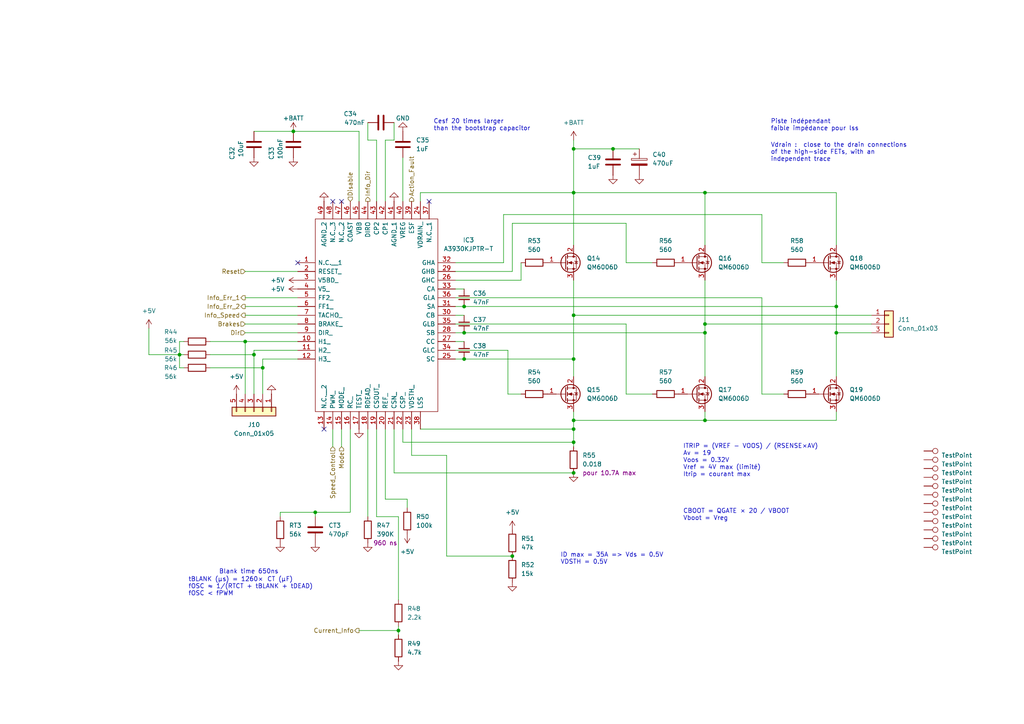
<source format=kicad_sch>
(kicad_sch (version 20231120) (generator "eeschema") (generator_version "8.0")
  (paper "A4")
  (lib_symbols
    (symbol "+5V_11" (power) (pin_names (offset 0))
      (property "Value" "+5V" (at 0 3.556 0))
      (symbol "+5V_11_1_1"
        (pin power_in line (at 0 0 90) (length 0) hide (name "+5V") (number "1"))
      )
    )
    (symbol "+5V_13" (power) (pin_names (offset 0))
      (property "Value" "+5V" (at 0 3.556 0))
      (symbol "+5V_13_1_1"
        (pin power_in line (at 0 0 90) (length 0) hide (name "+5V") (number "1"))
      )
    )
    (symbol "+5V_5" (power) (pin_names (offset 0))
      (property "Value" "+5V" (at 0 3.556 0))
      (symbol "+5V_5_1_1"
        (pin power_in line (at 0 0 90) (length 0) hide (name "+5V") (number "1"))
      )
    )
    (symbol "+5V_8" (power) (pin_names (offset 0))
      (property "Value" "+5V" (at 0 3.556 0))
      (symbol "+5V_8_1_1"
        (pin power_in line (at 0 0 90) (length 0) hide (name "+5V") (number "1"))
      )
    )
    (symbol "+5V_9" (power) (pin_names (offset 0))
      (property "Value" "+5V" (at 0 3.556 0))
      (symbol "+5V_9_1_1"
        (pin power_in line (at 0 0 90) (length 0) hide (name "+5V") (number "1"))
      )
    )
    (symbol "+BATT_4" (power) (pin_names (offset 0))
      (property "Value" "+BATT" (at 0 3.556 0))
      (symbol "+BATT_4_1_1"
        (pin power_in line (at 0 0 90) (length 0) hide (name "+BATT") (number "1"))
      )
    )
    (symbol "Connector:TestPoint" (pin_numbers hide) (pin_names (offset 0.762) hide)
      (property "Reference" "TP" (at 0 6.858 0))
      (property "Value" "TestPoint" (at 0 5.08 0))
      (symbol "TestPoint_1_1"
        (pin passive line (at 0 0 90) (length 2.54) (name "1") (number "1"))
      )
    )
    (symbol "Connector_Generic:Conn_01x03" (pin_names (offset 1.016) hide)
      (property "Reference" "J" (at 0 5.08 0))
      (property "Value" "Conn_01x03" (at 0 -5.08 0))
      (symbol "Conn_01x03_1_1"
        (pin passive line (at -5.08 2.54 0) (length 3.81) (name "Pin_1") (number "1"))
        (pin passive line (at -5.08 0 0) (length 3.81) (name "Pin_2") (number "2"))
        (pin passive line (at -5.08 -2.54 0) (length 3.81) (name "Pin_3") (number "3"))
      )
    )
    (symbol "Connector_Generic:Conn_01x05" (pin_names (offset 1.016) hide)
      (property "Reference" "J" (at 0 7.62 0))
      (property "Value" "Conn_01x05" (at 0 -7.62 0))
      (symbol "Conn_01x05_1_1"
        (pin passive line (at -5.08 5.08 0) (length 3.81) (name "Pin_1") (number "1"))
        (pin passive line (at -5.08 2.54 0) (length 3.81) (name "Pin_2") (number "2"))
        (pin passive line (at -5.08 0 0) (length 3.81) (name "Pin_3") (number "3"))
        (pin passive line (at -5.08 -2.54 0) (length 3.81) (name "Pin_4") (number "4"))
        (pin passive line (at -5.08 -5.08 0) (length 3.81) (name "Pin_5") (number "5"))
      )
    )
    (symbol "Device:C" (pin_numbers hide) (pin_names (offset 0.254))
      (property "Reference" "C" (at 0.635 2.54 0))
      (property "Value" "C" (at 0.635 -2.54 0))
      (symbol "C_1_1"
        (pin passive line (at 0 3.81 270) (length 2.794) (name "~") (number "1"))
        (pin passive line (at 0 -3.81 90) (length 2.794) (name "~") (number "2"))
      )
    )
    (symbol "Device:C_Polarized" (pin_numbers hide) (pin_names (offset 0.254))
      (property "Reference" "C" (at 0.635 2.54 0))
      (property "Value" "C_Polarized" (at 0.635 -2.54 0))
      (symbol "C_Polarized_1_1"
        (pin passive line (at 0 3.81 270) (length 2.794) (name "~") (number "1"))
        (pin passive line (at 0 -3.81 90) (length 2.794) (name "~") (number "2"))
      )
    )
    (symbol "Device:C_Small" (pin_numbers hide) (pin_names (offset 0.254) hide)
      (property "Reference" "C" (at 0.254 1.778 0))
      (property "Value" "C_Small" (at 0.254 -2.032 0))
      (symbol "C_Small_1_1"
        (pin passive line (at 0 2.54 270) (length 2.032) (name "~") (number "1"))
        (pin passive line (at 0 -2.54 90) (length 2.032) (name "~") (number "2"))
      )
    )
    (symbol "Device:R" (pin_numbers hide) (pin_names (offset 0))
      (property "Reference" "R" (at 2.032 0 90))
      (property "Value" "R" (at 0 0 90))
      (symbol "R_1_1"
        (pin passive line (at 0 3.81 270) (length 1.27) (name "~") (number "1"))
        (pin passive line (at 0 -3.81 90) (length 1.27) (name "~") (number "2"))
      )
    )
    (symbol "QM6006D_1" (pin_names hide)
      (property "Reference" "Q" (at 5.08 1.905 0))
      (property "Value" "QM6006D" (at 5.08 0 0))
      (symbol "QM6006D_1_1_1"
        (pin input line (at -5.08 0 0) (length 2.54) (name "G") (number "1"))
        (pin passive line (at 2.54 5.08 270) (length 2.54) (name "D") (number "2"))
        (pin passive line (at 2.54 -5.08 90) (length 2.54) (name "S") (number "3"))
      )
    )
    (symbol "QM6006D_11" (pin_names hide)
      (property "Reference" "Q" (at 5.08 1.905 0))
      (property "Value" "QM6006D" (at 5.08 0 0))
      (symbol "QM6006D_11_1_1"
        (pin input line (at -5.08 0 0) (length 2.54) (name "G") (number "1"))
        (pin passive line (at 2.54 5.08 270) (length 2.54) (name "D") (number "2"))
        (pin passive line (at 2.54 -5.08 90) (length 2.54) (name "S") (number "3"))
      )
    )
    (symbol "QM6006D_4" (pin_names hide)
      (property "Reference" "Q" (at 5.08 1.905 0))
      (property "Value" "QM6006D" (at 5.08 0 0))
      (symbol "QM6006D_4_1_1"
        (pin input line (at -5.08 0 0) (length 2.54) (name "G") (number "1"))
        (pin passive line (at 2.54 5.08 270) (length 2.54) (name "D") (number "2"))
        (pin passive line (at 2.54 -5.08 90) (length 2.54) (name "S") (number "3"))
      )
    )
    (symbol "QM6006D_5" (pin_names hide)
      (property "Reference" "Q" (at 5.08 1.905 0))
      (property "Value" "QM6006D" (at 5.08 0 0))
      (symbol "QM6006D_5_1_1"
        (pin input line (at -5.08 0 0) (length 2.54) (name "G") (number "1"))
        (pin passive line (at 2.54 5.08 270) (length 2.54) (name "D") (number "2"))
        (pin passive line (at 2.54 -5.08 90) (length 2.54) (name "S") (number "3"))
      )
    )
    (symbol "QM6006D_8" (pin_names hide)
      (property "Reference" "Q" (at 5.08 1.905 0))
      (property "Value" "QM6006D" (at 5.08 0 0))
      (symbol "QM6006D_8_1_1"
        (pin input line (at -5.08 0 0) (length 2.54) (name "G") (number "1"))
        (pin passive line (at 2.54 5.08 270) (length 2.54) (name "D") (number "2"))
        (pin passive line (at 2.54 -5.08 90) (length 2.54) (name "S") (number "3"))
      )
    )
    (symbol "QM6006D_9" (pin_names hide)
      (property "Reference" "Q" (at 5.08 1.905 0))
      (property "Value" "QM6006D" (at 5.08 0 0))
      (symbol "QM6006D_9_1_1"
        (pin input line (at -5.08 0 0) (length 2.54) (name "G") (number "1"))
        (pin passive line (at 2.54 5.08 270) (length 2.54) (name "D") (number "2"))
        (pin passive line (at 2.54 -5.08 90) (length 2.54) (name "S") (number "3"))
      )
    )
    (symbol "a3930kjptr-t:A3930KJPTR-T" (pin_names (offset 0.762))
      (property "Reference" "IC1" (at 49.53 6.5788 0))
      (property "Value" "A3930KJPTR-T" (at 49.53 4.0388 0))
      (symbol "A3930KJPTR-T_0_0"
        (pin passive line (at 0 0 0) (length 5.08) (name "N.C.__1") (number "1"))
        (pin passive line (at 0 -22.86 0) (length 5.08) (name "H1_") (number "10"))
        (pin passive line (at 0 -25.4 0) (length 5.08) (name "H2_") (number "11"))
        (pin passive line (at 0 -27.94 0) (length 5.08) (name "H3_") (number "12"))
        (pin passive line (at 7.62 -48.26 90) (length 5.08) (name "N.C.__2") (number "13"))
        (pin passive line (at 10.16 -48.26 90) (length 5.08) (name "PWM_") (number "14"))
        (pin passive line (at 12.7 -48.26 90) (length 5.08) (name "MODE_") (number "15"))
        (pin passive line (at 15.24 -48.26 90) (length 5.08) (name "RC_") (number "16"))
        (pin passive line (at 17.78 -48.26 90) (length 5.08) (name "TEST_") (number "17"))
        (pin passive line (at 20.32 -48.26 90) (length 5.08) (name "RDEAD_") (number "18"))
        (pin passive line (at 22.86 -48.26 90) (length 5.08) (name "CSOUT_") (number "19"))
        (pin passive line (at 0 -2.54 0) (length 5.08) (name "RESET_") (number "2"))
        (pin passive line (at 25.4 -48.26 90) (length 5.08) (name "REF_") (number "20"))
        (pin passive line (at 27.94 -48.26 90) (length 5.08) (name "CSN_") (number "21"))
        (pin passive line (at 30.48 -48.26 90) (length 5.08) (name "CSP_") (number "22"))
        (pin passive line (at 33.02 -48.26 90) (length 5.08) (name "VDSTH_") (number "23"))
        (pin passive line (at 35.56 17.78 270) (length 5.08) (name "VDRAIN_") (number "24"))
        (pin passive line (at 45.72 -27.94 180) (length 5.08) (name "SC") (number "25"))
        (pin passive line (at 45.72 -5.08 180) (length 5.08) (name "GHC") (number "26"))
        (pin passive line (at 45.72 -22.86 180) (length 5.08) (name "CC") (number "27"))
        (pin passive line (at 45.72 -20.32 180) (length 5.08) (name "SB") (number "28"))
        (pin passive line (at 45.72 -2.54 180) (length 5.08) (name "GHB") (number "29"))
        (pin passive line (at 0 -5.08 0) (length 5.08) (name "V5BD_") (number "3"))
        (pin passive line (at 45.72 -15.24 180) (length 5.08) (name "CB") (number "30"))
        (pin passive line (at 45.72 -12.7 180) (length 5.08) (name "SA") (number "31"))
        (pin passive line (at 45.72 0 180) (length 5.08) (name "GHA") (number "32"))
        (pin passive line (at 45.72 -7.62 180) (length 5.08) (name "CA") (number "33"))
        (pin passive line (at 45.72 -25.4 180) (length 5.08) (name "GLC") (number "34"))
        (pin passive line (at 45.72 -17.78 180) (length 5.08) (name "GLB") (number "35"))
        (pin passive line (at 45.72 -10.16 180) (length 5.08) (name "GLA") (number "36"))
        (pin passive line (at 38.1 17.78 270) (length 5.08) (name "N.C._1") (number "37"))
        (pin passive line (at 35.56 -48.26 90) (length 5.08) (name "LSS") (number "38"))
        (pin passive line (at 33.02 17.78 270) (length 5.08) (name "ESF") (number "39"))
        (pin passive line (at 0 -7.62 0) (length 5.08) (name "V5_") (number "4"))
        (pin passive line (at 30.48 17.78 270) (length 5.08) (name "VREG") (number "40"))
        (pin passive line (at 27.94 17.78 270) (length 5.08) (name "AGND_1") (number "41"))
        (pin passive line (at 25.4 17.78 270) (length 5.08) (name "CP1") (number "42"))
        (pin passive line (at 22.86 17.78 270) (length 5.08) (name "CP2") (number "43"))
        (pin passive line (at 20.32 17.78 270) (length 5.08) (name "DIRO") (number "44"))
        (pin passive line (at 17.78 17.78 270) (length 5.08) (name "VBB") (number "45"))
        (pin passive line (at 15.24 17.78 270) (length 5.08) (name "COAST") (number "46"))
        (pin passive line (at 12.7 17.78 270) (length 5.08) (name "N.C._2") (number "47"))
        (pin passive line (at 10.16 17.78 270) (length 5.08) (name "N.C._3") (number "48"))
        (pin passive line (at 7.62 17.78 270) (length 5.08) (name "AGND_2") (number "49"))
        (pin passive line (at 0 -10.16 0) (length 5.08) (name "FF2_") (number "5"))
        (pin passive line (at 0 -12.7 0) (length 5.08) (name "FF1_") (number "6"))
        (pin passive line (at 0 -15.24 0) (length 5.08) (name "TACHO_") (number "7"))
        (pin passive line (at 0 -17.78 0) (length 5.08) (name "BRAKE_") (number "8"))
        (pin passive line (at 0 -20.32 0) (length 5.08) (name "DIR_") (number "9"))
      )
    )
    (symbol "power:+5V" (power) (pin_names (offset 0))
      (property "Value" "+5V" (at 0 3.556 0))
      (symbol "+5V_1_1"
        (pin power_in line (at 0 0 90) (length 0) hide (name "+5V") (number "1"))
      )
    )
    (symbol "power:+BATT" (power) (pin_names (offset 0))
      (property "Value" "+BATT" (at 0 3.556 0))
      (symbol "+BATT_1_1"
        (pin power_in line (at 0 0 90) (length 0) hide (name "+BATT") (number "1"))
      )
    )
    (symbol "power:GND" (power) (pin_numbers hide) (pin_names (offset 0) hide)
      (property "Value" "GND" (at 0 -3.81 0))
      (symbol "GND_1_1"
        (pin power_in line (at 0 0 270) (length 0) (name "~") (number "1"))
      )
    )
  )
  (junction (at 134.62 96.52))
  (junction (at 148.59 161.29))
  (junction (at 166.37 137.16))
  (junction (at 204.47 96.52))
  (junction (at 134.62 88.9))
  (junction (at 166.37 121.92))
  (junction (at 85.09 38.1))
  (junction (at 242.57 88.9))
  (junction (at 166.37 55.88))
  (junction (at 242.57 96.52))
  (junction (at 134.62 104.14))
  (junction (at 177.8 43.18))
  (junction (at 204.47 121.92))
  (junction (at 91.44 148.59))
  (junction (at 71.12 99.06))
  (junction (at 166.37 124.46))
  (junction (at 115.57 182.88))
  (junction (at 73.66 102.87))
  (junction (at 76.2 106.68))
  (junction (at 204.47 55.88))
  (junction (at 204.47 93.98))
  (junction (at 166.37 91.44))
  (junction (at 52.07 102.87))
  (junction (at 166.37 104.14))
  (junction (at 166.37 128.27))
  (junction (at 166.37 43.18))
  (no_connect (at 124.46 58.42))
  (no_connect (at 86.36 76.2))
  (no_connect (at 99.06 58.42))
  (no_connect (at 96.52 58.42))
  (no_connect (at 93.98 124.46))
  (wire (pts (xy 181.61 76.2) (xy 189.23 76.2)))
  (wire (pts (xy 242.57 55.88) (xy 242.57 71.12)))
  (wire (pts (xy 132.08 101.6) (xy 147.32 101.6)))
  (wire (pts (xy 148.59 78.74) (xy 148.59 64.77)))
  (wire (pts (xy 204.47 55.88) (xy 242.57 55.88)))
  (wire (pts (xy 132.08 83.82) (xy 134.62 83.82)))
  (wire (pts (xy 204.47 121.92) (xy 242.57 121.92)))
  (wire (pts (xy 115.57 181.61) (xy 115.57 182.88)))
  (wire (pts (xy 52.07 102.87) (xy 52.07 106.68)))
  (wire (pts (xy 166.37 55.88) (xy 166.37 71.12)))
  (wire (pts (xy 71.12 93.98) (xy 86.36 93.98)))
  (wire (pts (xy 71.12 96.52) (xy 86.36 96.52)))
  (wire (pts (xy 43.18 95.25) (xy 43.18 102.87)))
  (wire (pts (xy 111.76 40.64) (xy 114.3 40.64)))
  (wire (pts (xy 242.57 96.52) (xy 252.73 96.52)))
  (wire (pts (xy 132.08 78.74) (xy 148.59 78.74)))
  (wire (pts (xy 166.37 119.38) (xy 166.37 121.92)))
  (wire (pts (xy 204.47 93.98) (xy 252.73 93.98)))
  (wire (pts (xy 146.05 62.23) (xy 220.98 62.23)))
  (wire (pts (xy 119.38 132.08) (xy 129.54 132.08)))
  (wire (pts (xy 71.12 99.06) (xy 86.36 99.06)))
  (wire (pts (xy 91.44 148.59) (xy 101.6 148.59)))
  (wire (pts (xy 116.84 45.72) (xy 116.84 58.42)))
  (wire (pts (xy 132.08 86.36) (xy 220.98 86.36)))
  (wire (pts (xy 109.22 40.64) (xy 109.22 58.42)))
  (wire (pts (xy 121.92 55.88) (xy 166.37 55.88)))
  (wire (pts (xy 115.57 149.86) (xy 115.57 173.99)))
  (wire (pts (xy 60.96 102.87) (xy 73.66 102.87)))
  (wire (pts (xy 146.05 76.2) (xy 146.05 62.23)))
  (wire (pts (xy 132.08 91.44) (xy 134.62 91.44)))
  (wire (pts (xy 166.37 81.28) (xy 166.37 91.44)))
  (wire (pts (xy 76.2 114.3) (xy 76.2 106.68)))
  (wire (pts (xy 99.06 129.54) (xy 99.06 124.46)))
  (wire (pts (xy 85.09 38.1) (xy 104.14 38.1)))
  (wire (pts (xy 101.6 124.46) (xy 101.6 148.59)))
  (wire (pts (xy 76.2 104.14) (xy 86.36 104.14)))
  (wire (pts (xy 166.37 121.92) (xy 204.47 121.92)))
  (wire (pts (xy 204.47 96.52) (xy 204.47 109.22)))
  (wire (pts (xy 166.37 104.14) (xy 166.37 109.22)))
  (wire (pts (xy 134.62 96.52) (xy 204.47 96.52)))
  (wire (pts (xy 151.13 81.28) (xy 151.13 76.2)))
  (wire (pts (xy 148.59 64.77) (xy 181.61 64.77)))
  (wire (pts (xy 111.76 124.46) (xy 111.76 144.78)))
  (wire (pts (xy 166.37 43.18) (xy 166.37 55.88)))
  (wire (pts (xy 104.14 182.88) (xy 115.57 182.88)))
  (wire (pts (xy 220.98 86.36) (xy 220.98 114.3)))
  (wire (pts (xy 220.98 62.23) (xy 220.98 76.2)))
  (wire (pts (xy 134.62 104.14) (xy 166.37 104.14)))
  (wire (pts (xy 134.62 88.9) (xy 242.57 88.9)))
  (wire (pts (xy 71.12 91.44) (xy 86.36 91.44)))
  (wire (pts (xy 132.08 93.98) (xy 181.61 93.98)))
  (wire (pts (xy 71.12 88.9) (xy 86.36 88.9)))
  (wire (pts (xy 166.37 43.18) (xy 177.8 43.18)))
  (wire (pts (xy 52.07 106.68) (xy 53.34 106.68)))
  (wire (pts (xy 132.08 88.9) (xy 134.62 88.9)))
  (wire (pts (xy 119.38 124.46) (xy 119.38 132.08)))
  (wire (pts (xy 166.37 40.64) (xy 166.37 43.18)))
  (wire (pts (xy 147.32 114.3) (xy 151.13 114.3)))
  (wire (pts (xy 73.66 101.6) (xy 86.36 101.6)))
  (wire (pts (xy 132.08 76.2) (xy 146.05 76.2)))
  (wire (pts (xy 204.47 93.98) (xy 204.47 96.52)))
  (wire (pts (xy 121.92 58.42) (xy 121.92 55.88)))
  (wire (pts (xy 242.57 88.9) (xy 242.57 96.52)))
  (wire (pts (xy 114.3 40.64) (xy 114.3 35.56)))
  (wire (pts (xy 132.08 81.28) (xy 151.13 81.28)))
  (wire (pts (xy 106.68 149.86) (xy 106.68 124.46)))
  (wire (pts (xy 166.37 128.27) (xy 166.37 129.54)))
  (wire (pts (xy 242.57 96.52) (xy 242.57 109.22)))
  (wire (pts (xy 181.61 93.98) (xy 181.61 114.3)))
  (wire (pts (xy 115.57 184.15) (xy 115.57 182.88)))
  (wire (pts (xy 52.07 102.87) (xy 53.34 102.87)))
  (wire (pts (xy 111.76 144.78) (xy 118.11 144.78)))
  (wire (pts (xy 109.22 124.46) (xy 109.22 149.86)))
  (wire (pts (xy 166.37 91.44) (xy 166.37 104.14)))
  (wire (pts (xy 132.08 99.06) (xy 134.62 99.06)))
  (wire (pts (xy 166.37 121.92) (xy 166.37 124.46)))
  (wire (pts (xy 91.44 149.86) (xy 91.44 148.59)))
  (wire (pts (xy 220.98 114.3) (xy 227.33 114.3)))
  (wire (pts (xy 166.37 124.46) (xy 166.37 128.27)))
  (wire (pts (xy 73.66 102.87) (xy 73.66 101.6)))
  (wire (pts (xy 129.54 132.08) (xy 129.54 161.29)))
  (wire (pts (xy 81.28 148.59) (xy 81.28 149.86)))
  (wire (pts (xy 106.68 35.56) (xy 106.68 40.64)))
  (wire (pts (xy 204.47 119.38) (xy 204.47 121.92)))
  (wire (pts (xy 181.61 64.77) (xy 181.61 76.2)))
  (wire (pts (xy 109.22 149.86) (xy 115.57 149.86)))
  (wire (pts (xy 111.76 58.42) (xy 111.76 40.64)))
  (wire (pts (xy 60.96 106.68) (xy 76.2 106.68)))
  (wire (pts (xy 147.32 101.6) (xy 147.32 114.3)))
  (wire (pts (xy 114.3 124.46) (xy 114.3 137.16)))
  (wire (pts (xy 242.57 121.92) (xy 242.57 119.38)))
  (wire (pts (xy 96.52 129.54) (xy 96.52 124.46)))
  (wire (pts (xy 76.2 106.68) (xy 76.2 104.14)))
  (wire (pts (xy 166.37 91.44) (xy 252.73 91.44)))
  (wire (pts (xy 129.54 161.29) (xy 148.59 161.29)))
  (wire (pts (xy 166.37 55.88) (xy 204.47 55.88)))
  (wire (pts (xy 121.92 124.46) (xy 166.37 124.46)))
  (wire (pts (xy 73.66 102.87) (xy 73.66 114.3)))
  (wire (pts (xy 52.07 99.06) (xy 53.34 99.06)))
  (wire (pts (xy 106.68 40.64) (xy 109.22 40.64)))
  (wire (pts (xy 116.84 124.46) (xy 116.84 128.27)))
  (wire (pts (xy 132.08 104.14) (xy 134.62 104.14)))
  (wire (pts (xy 204.47 81.28) (xy 204.47 93.98)))
  (wire (pts (xy 71.12 86.36) (xy 86.36 86.36)))
  (wire (pts (xy 71.12 78.74) (xy 86.36 78.74)))
  (wire (pts (xy 104.14 38.1) (xy 104.14 58.42)))
  (wire (pts (xy 52.07 99.06) (xy 52.07 102.87)))
  (wire (pts (xy 71.12 99.06) (xy 71.12 114.3)))
  (wire (pts (xy 60.96 99.06) (xy 71.12 99.06)))
  (wire (pts (xy 73.66 38.1) (xy 85.09 38.1)))
  (wire (pts (xy 220.98 76.2) (xy 227.33 76.2)))
  (wire (pts (xy 118.11 144.78) (xy 118.11 147.32)))
  (wire (pts (xy 181.61 114.3) (xy 189.23 114.3)))
  (wire (pts (xy 81.28 148.59) (xy 91.44 148.59)))
  (wire (pts (xy 43.18 102.87) (xy 52.07 102.87)))
  (wire (pts (xy 116.84 128.27) (xy 166.37 128.27)))
  (wire (pts (xy 204.47 55.88) (xy 204.47 71.12)))
  (wire (pts (xy 242.57 81.28) (xy 242.57 88.9)))
  (wire (pts (xy 132.08 96.52) (xy 134.62 96.52)))
  (wire (pts (xy 114.3 137.16) (xy 166.37 137.16)))
  (wire (pts (xy 177.8 43.18) (xy 185.42 43.18)))
  (text "Blank time 650ns" (at 63.5 166.624 0) (effects (font (size 1.27 1.27)) (justify left bottom)))
  (text "ITRIP = (VREF - VOOS) / (RSENSE×AV)\nAv = 19\nVoos = 0.32V\nVref = 4V max (limité)\nItrip = courant max" (at 198.12 138.43 0) (effects (font (size 1.27 1.27)) (justify left bottom)))
  (text "Piste indépendant \nfaible impédance pour lss\n" (at 223.52 38.1 0) (effects (font (size 1.27 1.27)) (justify left bottom)))
  (text "ID max = 35A => Vds = 0.5V\nVDSTH = 0.5V" (at 162.56 163.83 0) (effects (font (size 1.27 1.27)) (justify left bottom)))
  (text "Vdrain :  close to the drain connections \nof the high-side FETs, with an \nindependent trace" (at 223.52 46.99 0) (effects (font (size 1.27 1.27)) (justify left bottom)))
  (text "CBOOT = QGATE × 20 / VBOOT\nVboot = Vreg\n" (at 198.12 151.13 0) (effects (font (size 1.27 1.27)) (justify left bottom)))
  (text "Cesf 20 times larger \nthan the bootstrap capacitor" (at 125.73 38.1 0) (effects (font (size 1.27 1.27)) (justify left bottom)))
  (text "tBLANK (µs) = 1260×  CT (µF)\nfOSC ≈ 1/(RTCT + tBLANK + tDEAD) \nfOSC < fPWM" (at 54.61 172.974 0) (effects (font (size 1.27 1.27)) (justify left bottom)))
  (hierarchical_label "Info_Speed" (shape output) (at 71.12 91.44 180))
  (hierarchical_label "Info_Err_1" (shape output) (at 71.12 86.36 180))
  (hierarchical_label "Info_Err_2" (shape output) (at 71.12 88.9 180))
  (hierarchical_label "Brakes" (shape input) (at 71.12 93.98 180))
  (hierarchical_label "Disable" (shape input) (at 101.6 58.42 90))
  (hierarchical_label "Dir" (shape input) (at 71.12 96.52 180))
  (hierarchical_label "Action_Fault" (shape output) (at 119.38 58.42 90))
  (hierarchical_label "Reset" (shape input) (at 71.12 78.74 180))
  (hierarchical_label "Current_Info" (shape output) (at 104.14 182.88 180))
  (hierarchical_label "Speed_Control" (shape input) (at 96.52 129.54 270))
  (hierarchical_label "Mode" (shape input) (at 99.06 129.54 270))
  (hierarchical_label "Info_Dir" (shape output) (at 106.68 58.42 90))
  (symbol (lib_id "Device:R") (at 57.15 99.06 90) (unit 1)
    (property "Reference" "R1" (at 49.53 96.266 90))
    (property "Value" "56k" (at 49.53 98.806 90))
    (property "Footprint" "Resistor_SMD:R_0805_2012Metric_Pad1.20x1.40mm_HandSolder" (effects (hide yes)))
    (instances (project "Asservissement_CDFR_2025" (path "" (reference "R44") (unit 1)) (path "" (reference "R28") (unit 1)) (path "" (reference "R1") (unit 1))))
  )
  (symbol (lib_id "Device:R") (at 115.57 177.8 180) (unit 1)
    (property "Reference" "R27" (at 118.11 176.5299 0) (effects (justify right)))
    (property "Value" "2.2k" (at 118.11 179.0699 0) (effects (justify right)))
    (property "Footprint" "Resistor_SMD:R_0805_2012Metric_Pad1.20x1.40mm_HandSolder" (effects (hide yes)))
    (instances (project "Asservissement_CDFR_2025" (path "" (reference "R48") (unit 1)) (path "" (reference "R32") (unit 1)) (path "" (reference "R27") (unit 1))))
  )
  (symbol (lib_id "Connector:TestPoint") (at 267.97 158.75 270) (unit 1)
    (property "Reference" "TP12" (effects (hide yes)))
    (property "Value" "TestPoint" (at 273.05 160.0199 90) (effects (justify left)))
    (property "Footprint" "TestPoint:TestPoint_Pad_D1.0mm" (effects (hide yes)))
    (property "Description" "test point" (effects (hide yes)))
    (instances (project "Asservissement_CDFR_2025" (path "" (reference "TP38") (unit 1)) (path "" (reference "TP26") (unit 1)) (path "" (reference "TP12") (unit 1))))
  )
  (symbol (lib_id "Connector:TestPoint") (at 267.97 130.81 270) (unit 1)
    (property "Reference" "TP1" (effects (hide yes)))
    (property "Value" "TestPoint" (at 273.05 132.0799 90) (effects (justify left)))
    (property "Footprint" "TestPoint:TestPoint_Pad_D1.0mm" (effects (hide yes)))
    (property "Description" "test point" (effects (hide yes)))
    (instances (project "Asservissement_CDFR_2025" (path "" (reference "TP27") (unit 1)) (path "" (reference "TP15") (unit 1)) (path "" (reference "TP1") (unit 1))))
  )
  (symbol (lib_id "power:GND") (at 114.3 58.42 180) (unit 1)
    (property "Reference" "#PWR024" (effects (hide yes)))
    (property "Value" "GND" (effects (hide yes)))
    (property "Description" "Power symbol creates a global label with name \"GND\" , ground" (effects (hide yes)))
    (instances (project "Asservissement_CDFR_2025" (path "" (reference "#PWR094") (unit 1)) (path "" (reference "#PWR068") (unit 1)) (path "" (reference "#PWR024") (unit 1))))
  )
  (symbol (lib_name "QM6006D_5") (lib_id "Transistor_FET:QM6006D") (at 240.03 114.3 0) (unit 1)
    (property "Reference" "Q6" (at 246.38 113.0299 0) (effects (justify left)))
    (property "Value" "QM6006D" (at 246.38 115.5699 0) (effects (justify left)))
    (property "Footprint" "Package_TO_SOT_SMD:TO-252-2" (effects (hide yes)))
    (property "Datasheet" "http://www.jaolen.com/images/pdf/QM6006D.pdf" (effects (hide yes)))
    (instances (project "Asservissement_CDFR_2025" (path "" (reference "Q19") (unit 1)) (path "" (reference "Q13") (unit 1)) (path "" (reference "Q6") (unit 1))))
  )
  (symbol (lib_id "Connector:TestPoint") (at 267.97 133.35 270) (unit 1)
    (property "Reference" "TP2" (effects (hide yes)))
    (property "Value" "TestPoint" (at 273.05 134.6199 90) (effects (justify left)))
    (property "Footprint" "TestPoint:TestPoint_Pad_D1.0mm" (effects (hide yes)))
    (property "Description" "test point" (effects (hide yes)))
    (instances (project "Asservissement_CDFR_2025" (path "" (reference "TP28") (unit 1)) (path "" (reference "TP16") (unit 1)) (path "" (reference "TP2") (unit 1))))
  )
  (symbol (lib_id "power:GND") (at 115.57 191.77 0) (unit 1)
    (property "Reference" "#PWR050" (effects (hide yes)))
    (property "Value" "GND" (effects (hide yes)))
    (property "Description" "Power symbol creates a global label with name \"GND\" , ground" (effects (hide yes)))
    (instances (project "Asservissement_CDFR_2025" (path "" (reference "#PWR095") (unit 1)) (path "" (reference "#PWR070") (unit 1)) (path "" (reference "#PWR050") (unit 1))))
  )
  (symbol (lib_id "Device:C_Small") (at 134.62 93.98 0) (unit 1)
    (property "Reference" "C6" (at 137.16 92.7162 0) (effects (justify left)))
    (property "Value" "47nF" (at 137.16 95.2562 0) (effects (justify left)))
    (property "Footprint" "Capacitor_SMD:C_0805_2012Metric_Pad1.18x1.45mm_HandSolder" (effects (hide yes)))
    (instances (project "Asservissement_CDFR_2025" (path "" (reference "C37") (unit 1)) (path "" (reference "C21") (unit 1)) (path "" (reference "C6") (unit 1))))
  )
  (symbol (lib_name "+BATT_4") (lib_id "power:+BATT") (at 85.09 38.1 0) (unit 1)
    (property "Reference" "#PWR010" (effects (hide yes)))
    (property "Value" "+BATT" (at 85.09 34.29 0))
    (instances (project "Asservissement_CDFR_2025" (path "" (reference "#PWR086") (unit 1)) (path "" (reference "#PWR056") (unit 1)) (path "" (reference "#PWR010") (unit 1))))
  )
  (symbol (lib_id "Device:C_Small") (at 134.62 86.36 0) (unit 1)
    (property "Reference" "C5" (at 137.16 85.0962 0) (effects (justify left)))
    (property "Value" "47nF" (at 137.16 87.6362 0) (effects (justify left)))
    (property "Footprint" "Capacitor_SMD:C_0805_2012Metric_Pad1.18x1.45mm_HandSolder" (effects (hide yes)))
    (instances (project "Asservissement_CDFR_2025" (path "" (reference "C36") (unit 1)) (path "" (reference "C20") (unit 1)) (path "" (reference "C5") (unit 1))))
  )
  (symbol (lib_id "Connector:TestPoint") (at 267.97 148.59 270) (unit 1)
    (property "Reference" "TP8" (effects (hide yes)))
    (property "Value" "TestPoint" (at 273.05 149.8599 90) (effects (justify left)))
    (property "Footprint" "TestPoint:TestPoint_Pad_D1.0mm" (effects (hide yes)))
    (property "Description" "test point" (effects (hide yes)))
    (instances (project "Asservissement_CDFR_2025" (path "" (reference "TP34") (unit 1)) (path "" (reference "TP22") (unit 1)) (path "" (reference "TP8") (unit 1))))
  )
  (symbol (lib_id "power:+5V") (at 86.36 83.82 90) (unit 1)
    (property "Reference" "#PWR014" (effects (hide yes)))
    (property "Value" "+5V" (at 82.55 83.8199 90) (effects (justify left)))
    (instances (project "Asservissement_CDFR_2025" (path "" (reference "#PWR089") (unit 1)) (path "" (reference "#PWR060") (unit 1)) (path "" (reference "#PWR014") (unit 1))))
  )
  (symbol (lib_id "Connector:TestPoint") (at 267.97 140.97 270) (unit 1)
    (property "Reference" "TP5" (effects (hide yes)))
    (property "Value" "TestPoint" (at 273.05 142.2399 90) (effects (justify left)))
    (property "Footprint" "TestPoint:TestPoint_Pad_D1.0mm" (effects (hide yes)))
    (property "Description" "test point" (effects (hide yes)))
    (instances (project "Asservissement_CDFR_2025" (path "" (reference "TP31") (unit 1)) (path "" (reference "TP19") (unit 1)) (path "" (reference "TP5") (unit 1))))
  )
  (symbol (lib_id "Device:C") (at 110.49 35.56 90) (unit 1)
    (property "Reference" "C3" (at 101.6 33.02 90))
    (property "Value" "470nF" (at 102.87 35.56 90))
    (property "Footprint" "Capacitor_SMD:C_0805_2012Metric_Pad1.18x1.45mm_HandSolder" (effects (hide yes)))
    (instances (project "Asservissement_CDFR_2025" (path "" (reference "C34") (unit 1)) (path "" (reference "C18") (unit 1)) (path "" (reference "C3") (unit 1))))
  )
  (symbol (lib_id "Device:C_Polarized") (at 185.42 46.99 0) (unit 1)
    (property "Reference" "C13" (at 189.23 44.8309 0) (effects (justify left)))
    (property "Value" "470uF" (at 189.23 47.3709 0) (effects (justify left)))
    (property "Footprint" "Capacitor_SMD:CP_Elec_10x10.5" (effects (hide yes)))
    (instances (project "Asservissement_CDFR_2025" (path "" (reference "C40") (unit 1)) (path "" (reference "C24") (unit 1)) (path "" (reference "C13") (unit 1))))
  )
  (symbol (lib_id "Device:C") (at 85.09 41.91 0) (unit 1)
    (property "Reference" "C2" (at 78.74 44.45 90))
    (property "Value" "100nF" (at 81.28 43.18 90))
    (property "Footprint" "Capacitor_SMD:C_0805_2012Metric_Pad1.18x1.45mm_HandSolder" (effects (hide yes)))
    (instances (project "Asservissement_CDFR_2025" (path "" (reference "C33") (unit 1)) (path "" (reference "C17") (unit 1)) (path "" (reference "C2") (unit 1))))
  )
  (symbol (lib_name "QM6006D_11") (lib_id "Transistor_FET:QM6006D") (at 201.93 76.2 0) (unit 1)
    (property "Reference" "Q3" (at 208.28 74.9299 0) (effects (justify left)))
    (property "Value" "QM6006D" (at 208.28 77.4699 0) (effects (justify left)))
    (property "Footprint" "Package_TO_SOT_SMD:TO-252-2" (effects (hide yes)))
    (property "Datasheet" "http://www.jaolen.com/images/pdf/QM6006D.pdf" (effects (hide yes)))
    (instances (project "Asservissement_CDFR_2025" (path "" (reference "Q16") (unit 1)) (path "" (reference "Q10") (unit 1)) (path "" (reference "Q3") (unit 1))))
  )
  (symbol (lib_id "Device:R") (at 115.57 187.96 0) (unit 1)
    (property "Reference" "R26" (at 118.11 186.6899 0) (effects (justify left)))
    (property "Value" "4.7k" (at 118.11 189.2299 0) (effects (justify left)))
    (property "Footprint" "Resistor_SMD:R_0805_2012Metric_Pad1.20x1.40mm_HandSolder" (effects (hide yes)))
    (instances (project "Asservissement_CDFR_2025" (path "" (reference "R49") (unit 1)) (path "" (reference "R33") (unit 1)) (path "" (reference "R26") (unit 1))))
  )
  (symbol (lib_name "+5V_11") (lib_id "power:+5V") (at 148.59 153.67 0) (unit 1)
    (property "Reference" "#PWR032" (effects (hide yes)))
    (property "Value" "+5V" (at 148.59 148.59 0))
    (instances (project "Asservissement_CDFR_2025" (path "" (reference "#PWR098") (unit 1)) (path "" (reference "#PWR074") (unit 1)) (path "" (reference "#PWR032") (unit 1))))
  )
  (symbol (lib_name "+5V_5") (lib_id "power:+5V") (at 43.18 95.25 0) (unit 1)
    (property "Reference" "#PWR03" (effects (hide yes)))
    (property "Value" "+5V" (at 43.18 90.17 0))
    (instances (project "Asservissement_CDFR_2025" (path "" (reference "#PWR081") (unit 1)) (path "" (reference "#PWR051") (unit 1)) (path "" (reference "#PWR03") (unit 1))))
  )
  (symbol (lib_id "Device:R") (at 193.04 76.2 90) (unit 1)
    (property "Reference" "R16" (at 193.04 69.85 90))
    (property "Value" "560" (at 193.04 72.39 90))
    (property "Footprint" "Resistor_SMD:R_0805_2012Metric_Pad1.20x1.40mm_HandSolder" (effects (hide yes)))
    (instances (project "Asservissement_CDFR_2025" (path "" (reference "R56") (unit 1)) (path "" (reference "R40") (unit 1)) (path "" (reference "R16") (unit 1))))
  )
  (symbol (lib_id "Device:R") (at 166.37 133.35 0) (unit 1)
    (property "Reference" "R15" (at 168.91 132.0799 0) (effects (justify left)))
    (property "Value" "0.018" (at 168.91 134.6199 0) (effects (justify left)))
    (property "Footprint" "Resistor_SMD:R_2512_6332Metric" (effects (hide yes)))
    (property "Imax" "pour 10.7A max" (at 168.91 137.16 0) (effects (justify left)))
    (instances (project "Asservissement_CDFR_2025" (path "" (reference "R55") (unit 1)) (path "" (reference "R39") (unit 1)) (path "" (reference "R15") (unit 1))))
  )
  (symbol (lib_id "power:GND") (at 78.74 114.3 180) (unit 1)
    (property "Reference" "#PWR07" (effects (hide yes)))
    (property "Value" "GND" (effects (hide yes)))
    (property "Description" "Power symbol creates a global label with name \"GND\" , ground" (effects (hide yes)))
    (instances (project "Asservissement_CDFR_2025" (path "" (reference "#PWR084") (unit 1)) (path "" (reference "#PWR054") (unit 1)) (path "" (reference "#PWR07") (unit 1))))
  )
  (symbol (lib_id "Device:R") (at 148.59 165.1 0) (unit 1)
    (property "Reference" "R12" (at 151.13 163.8299 0) (effects (justify left)))
    (property "Value" "15k" (at 151.13 166.3699 0) (effects (justify left)))
    (property "Footprint" "Resistor_SMD:R_0805_2012Metric_Pad1.20x1.40mm_HandSolder" (effects (hide yes)))
    (instances (project "Asservissement_CDFR_2025" (path "" (reference "R52") (unit 1)) (path "" (reference "R36") (unit 1)) (path "" (reference "R12") (unit 1))))
  )
  (symbol (lib_id "power:GND") (at 106.68 157.48 0) (unit 1)
    (property "Reference" "#PWR023" (effects (hide yes)))
    (property "Value" "GND" (effects (hide yes)))
    (property "Description" "Power symbol creates a global label with name \"GND\" , ground" (effects (hide yes)))
    (instances (project "Asservissement_CDFR_2025" (path "" (reference "#PWR093") (unit 1)) (path "" (reference "#PWR067") (unit 1)) (path "" (reference "#PWR023") (unit 1))))
  )
  (symbol (lib_id "Connector:TestPoint") (at 267.97 156.21 270) (unit 1)
    (property "Reference" "TP11" (effects (hide yes)))
    (property "Value" "TestPoint" (at 273.05 157.4799 90) (effects (justify left)))
    (property "Footprint" "TestPoint:TestPoint_Pad_D1.0mm" (effects (hide yes)))
    (property "Description" "test point" (effects (hide yes)))
    (instances (project "Asservissement_CDFR_2025" (path "" (reference "TP37") (unit 1)) (path "" (reference "TP25") (unit 1)) (path "" (reference "TP11") (unit 1))))
  )
  (symbol (lib_name "+5V_9") (lib_id "power:+5V") (at 118.11 154.94 180) (unit 1)
    (property "Reference" "#PWR031" (effects (hide yes)))
    (property "Value" "+5V" (at 118.11 160.02 0))
    (instances (project "Asservissement_CDFR_2025" (path "" (reference "#PWR097") (unit 1)) (path "" (reference "#PWR073") (unit 1)) (path "" (reference "#PWR031") (unit 1))))
  )
  (symbol (lib_id "Device:R") (at 148.59 157.48 0) (unit 1)
    (property "Reference" "R11" (at 151.13 156.2099 0) (effects (justify left)))
    (property "Value" "47k" (at 151.13 158.7499 0) (effects (justify left)))
    (property "Footprint" "Resistor_SMD:R_0805_2012Metric_Pad1.20x1.40mm_HandSolder" (effects (hide yes)))
    (instances (project "Asservissement_CDFR_2025" (path "" (reference "R51") (unit 1)) (path "" (reference "R35") (unit 1)) (path "" (reference "R11") (unit 1))))
  )
  (symbol (lib_id "Device:C") (at 177.8 46.99 0) (unit 1)
    (property "Reference" "C12" (at 170.434 45.72 0) (effects (justify left)))
    (property "Value" "1uF" (at 170.434 48.26 0) (effects (justify left)))
    (property "Footprint" "Capacitor_SMD:C_0805_2012Metric_Pad1.18x1.45mm_HandSolder" (effects (hide yes)))
    (instances (project "Asservissement_CDFR_2025" (path "" (reference "C39") (unit 1)) (path "" (reference "C23") (unit 1)) (path "" (reference "C12") (unit 1))))
  )
  (symbol (lib_name "QM6006D_9") (lib_id "Transistor_FET:QM6006D") (at 240.03 76.2 0) (unit 1)
    (property "Reference" "Q5" (at 246.38 74.9299 0) (effects (justify left)))
    (property "Value" "QM6006D" (at 246.38 77.4699 0) (effects (justify left)))
    (property "Footprint" "Package_TO_SOT_SMD:TO-252-2" (effects (hide yes)))
    (property "Datasheet" "http://www.jaolen.com/images/pdf/QM6006D.pdf" (effects (hide yes)))
    (instances (project "Asservissement_CDFR_2025" (path "" (reference "Q18") (unit 1)) (path "" (reference "Q12") (unit 1)) (path "" (reference "Q5") (unit 1))))
  )
  (symbol (lib_id "Device:R") (at 57.15 102.87 90) (unit 1)
    (property "Reference" "R5" (at 49.53 101.6 90))
    (property "Value" "56k" (at 49.53 104.14 90))
    (property "Footprint" "Resistor_SMD:R_0805_2012Metric_Pad1.20x1.40mm_HandSolder" (effects (hide yes)))
    (instances (project "Asservissement_CDFR_2025" (path "" (reference "R45") (unit 1)) (path "" (reference "R29") (unit 1)) (path "" (reference "R5") (unit 1))))
  )
  (symbol (lib_id "Device:R") (at 193.04 114.3 90) (unit 1)
    (property "Reference" "R17" (at 193.04 107.95 90))
    (property "Value" "560" (at 193.04 110.49 90))
    (property "Footprint" "Resistor_SMD:R_0805_2012Metric_Pad1.20x1.40mm_HandSolder" (effects (hide yes)))
    (instances (project "Asservissement_CDFR_2025" (path "" (reference "R57") (unit 1)) (path "" (reference "R41") (unit 1)) (path "" (reference "R17") (unit 1))))
  )
  (symbol (lib_id "power:GND") (at 91.44 157.48 0) (unit 1)
    (property "Reference" "#PWR020" (effects (hide yes)))
    (property "Value" "GND" (effects (hide yes)))
    (property "Description" "Power symbol creates a global label with name \"GND\" , ground" (effects (hide yes)))
    (instances (project "Asservissement_CDFR_2025" (path "" (reference "#PWR090") (unit 1)) (path "" (reference "#PWR061") (unit 1)) (path "" (reference "#PWR020") (unit 1))))
  )
  (symbol (lib_name "+5V_8") (lib_id "power:+5V") (at 68.58 114.3 0) (unit 1)
    (property "Reference" "#PWR04" (effects (hide yes)))
    (property "Value" "+5V" (at 68.58 109.22 0))
    (instances (project "Asservissement_CDFR_2025" (path "" (reference "#PWR082") (unit 1)) (path "" (reference "#PWR052") (unit 1)) (path "" (reference "#PWR04") (unit 1))))
  )
  (symbol (lib_id "Device:R") (at 81.28 153.67 0) (unit 1)
    (property "Reference" "RT1" (at 83.82 152.3999 0) (effects (justify left)))
    (property "Value" "56k" (at 83.82 154.9399 0) (effects (justify left)))
    (property "Footprint" "Resistor_SMD:R_0805_2012Metric_Pad1.20x1.40mm_HandSolder" (effects (hide yes)))
    (instances (project "Asservissement_CDFR_2025" (path "" (reference "RT3") (unit 1)) (path "" (reference "RT2") (unit 1)) (path "" (reference "RT1") (unit 1))))
  )
  (symbol (lib_id "Device:R") (at 231.14 76.2 90) (unit 1)
    (property "Reference" "R18" (at 231.14 69.85 90))
    (property "Value" "560" (at 231.14 72.39 90))
    (property "Footprint" "Resistor_SMD:R_0805_2012Metric_Pad1.20x1.40mm_HandSolder" (effects (hide yes)))
    (instances (project "Asservissement_CDFR_2025" (path "" (reference "R58") (unit 1)) (path "" (reference "R42") (unit 1)) (path "" (reference "R18") (unit 1))))
  )
  (symbol (lib_id "power:GND") (at 104.14 124.46 0) (unit 1)
    (property "Reference" "#PWR022" (effects (hide yes)))
    (property "Value" "GND" (effects (hide yes)))
    (property "Description" "Power symbol creates a global label with name \"GND\" , ground" (effects (hide yes)))
    (instances (project "Asservissement_CDFR_2025" (path "" (reference "#PWR092") (unit 1)) (path "" (reference "#PWR066") (unit 1)) (path "" (reference "#PWR022") (unit 1))))
  )
  (symbol (lib_name "QM6006D_4") (lib_id "Transistor_FET:QM6006D") (at 163.83 114.3 0) (unit 1)
    (property "Reference" "Q2" (at 170.18 113.0299 0) (effects (justify left)))
    (property "Value" "QM6006D" (at 170.18 115.5699 0) (effects (justify left)))
    (property "Footprint" "Package_TO_SOT_SMD:TO-252-2" (effects (hide yes)))
    (property "Datasheet" "http://www.jaolen.com/images/pdf/QM6006D.pdf" (effects (hide yes)))
    (instances (project "Asservissement_CDFR_2025" (path "" (reference "Q15") (unit 1)) (path "" (reference "Q9") (unit 1)) (path "" (reference "Q2") (unit 1))))
  )
  (symbol (lib_name "QM6006D_1") (lib_id "Transistor_FET:QM6006D") (at 201.93 114.3 0) (unit 1)
    (property "Reference" "Q4" (at 208.28 113.0299 0) (effects (justify left)))
    (property "Value" "QM6006D" (at 208.28 115.5699 0) (effects (justify left)))
    (property "Footprint" "Package_TO_SOT_SMD:TO-252-2" (effects (hide yes)))
    (property "Datasheet" "http://www.jaolen.com/images/pdf/QM6006D.pdf" (effects (hide yes)))
    (instances (project "Asservissement_CDFR_2025" (path "" (reference "Q17") (unit 1)) (path "" (reference "Q11") (unit 1)) (path "" (reference "Q4") (unit 1))))
  )
  (symbol (lib_id "power:GND") (at 177.8 50.8 0) (unit 1)
    (property "Reference" "#PWR069" (effects (hide yes)))
    (property "Value" "GND" (effects (hide yes)))
    (property "Description" "Power symbol creates a global label with name \"GND\" , ground" (effects (hide yes)))
    (instances (project "Asservissement_CDFR_2025" (path "" (reference "#PWR0105") (unit 1)) (path "" (reference "#PWR079") (unit 1)) (path "" (reference "#PWR069") (unit 1))))
  )
  (symbol (lib_id "power:GND") (at 93.98 58.42 180) (unit 1)
    (property "Reference" "#PWR021" (effects (hide yes)))
    (property "Value" "GND" (effects (hide yes)))
    (property "Description" "Power symbol creates a global label with name \"GND\" , ground" (effects (hide yes)))
    (instances (project "Asservissement_CDFR_2025" (path "" (reference "#PWR091") (unit 1)) (path "" (reference "#PWR065") (unit 1)) (path "" (reference "#PWR021") (unit 1))))
  )
  (symbol (lib_id "Connector_Generic:Conn_01x05") (at 73.66 119.38 270) (unit 1)
    (property "Reference" "J2" (at 73.66 123.19 90))
    (property "Value" "Conn_01x05" (at 73.66 125.73 90))
    (property "Footprint" "Connector_JST:JST_XH_B5B-XH-A_1x05_P2.50mm_Vertical" (effects (hide yes)))
    (instances (project "Asservissement_CDFR_2025" (path "" (reference "J10") (unit 1)) (path "" (reference "J8") (unit 1)) (path "" (reference "J2") (unit 1))))
  )
  (symbol (lib_id "power:GND") (at 81.28 157.48 0) (unit 1)
    (property "Reference" "#PWR08" (effects (hide yes)))
    (property "Value" "GND" (effects (hide yes)))
    (property "Description" "Power symbol creates a global label with name \"GND\" , ground" (effects (hide yes)))
    (instances (project "Asservissement_CDFR_2025" (path "" (reference "#PWR085") (unit 1)) (path "" (reference "#PWR055") (unit 1)) (path "" (reference "#PWR08") (unit 1))))
  )
  (symbol (lib_id "power:+BATT") (at 166.37 40.64 0) (unit 1)
    (property "Reference" "#PWR039" (effects (hide yes)))
    (property "Value" "+BATT" (at 166.37 35.56 0))
    (instances (project "Asservissement_CDFR_2025" (path "" (reference "#PWR0100") (unit 1)) (path "" (reference "#PWR077") (unit 1)) (path "" (reference "#PWR039") (unit 1))))
  )
  (symbol (lib_id "power:GND") (at 185.42 50.8 0) (unit 1)
    (property "Reference" "#PWR071" (effects (hide yes)))
    (property "Value" "GND" (effects (hide yes)))
    (property "Description" "Power symbol creates a global label with name \"GND\" , ground" (effects (hide yes)))
    (instances (project "Asservissement_CDFR_2025" (path "" (reference "#PWR0106") (unit 1)) (path "" (reference "#PWR080") (unit 1)) (path "" (reference "#PWR071") (unit 1))))
  )
  (symbol (lib_id "power:GND") (at 85.09 45.72 0) (unit 1)
    (property "Reference" "#PWR011" (effects (hide yes)))
    (property "Value" "GND" (effects (hide yes)))
    (property "Description" "Power symbol creates a global label with name \"GND\" , ground" (effects (hide yes)))
    (instances (project "Asservissement_CDFR_2025" (path "" (reference "#PWR087") (unit 1)) (path "" (reference "#PWR057") (unit 1)) (path "" (reference "#PWR011") (unit 1))))
  )
  (symbol (lib_id "Connector:TestPoint") (at 267.97 138.43 270) (unit 1)
    (property "Reference" "TP4" (effects (hide yes)))
    (property "Value" "TestPoint" (at 273.05 139.6999 90) (effects (justify left)))
    (property "Footprint" "TestPoint:TestPoint_Pad_D1.0mm" (effects (hide yes)))
    (property "Description" "test point" (effects (hide yes)))
    (instances (project "Asservissement_CDFR_2025" (path "" (reference "TP30") (unit 1)) (path "" (reference "TP18") (unit 1)) (path "" (reference "TP4") (unit 1))))
  )
  (symbol (lib_id "Connector:TestPoint") (at 267.97 151.13 270) (unit 1)
    (property "Reference" "TP9" (effects (hide yes)))
    (property "Value" "TestPoint" (at 273.05 152.3999 90) (effects (justify left)))
    (property "Footprint" "TestPoint:TestPoint_Pad_D1.0mm" (effects (hide yes)))
    (property "Description" "test point" (effects (hide yes)))
    (instances (project "Asservissement_CDFR_2025" (path "" (reference "TP35") (unit 1)) (path "" (reference "TP23") (unit 1)) (path "" (reference "TP9") (unit 1))))
  )
  (symbol (lib_id "power:GND") (at 148.59 168.91 0) (unit 1)
    (property "Reference" "#PWR036" (effects (hide yes)))
    (property "Value" "GND" (effects (hide yes)))
    (property "Description" "Power symbol creates a global label with name \"GND\" , ground" (effects (hide yes)))
    (instances (project "Asservissement_CDFR_2025" (path "" (reference "#PWR099") (unit 1)) (path "" (reference "#PWR075") (unit 1)) (path "" (reference "#PWR036") (unit 1))))
  )
  (symbol (lib_id "Device:R") (at 57.15 106.68 90) (unit 1)
    (property "Reference" "R6" (at 49.53 106.68 90))
    (property "Value" "56k" (at 49.53 109.22 90))
    (property "Footprint" "Resistor_SMD:R_0805_2012Metric_Pad1.20x1.40mm_HandSolder" (effects (hide yes)))
    (instances (project "Asservissement_CDFR_2025" (path "" (reference "R46") (unit 1)) (path "" (reference "R30") (unit 1)) (path "" (reference "R6") (unit 1))))
  )
  (symbol (lib_id "a3930kjptr-t:A3930KJPTR-T") (at 86.36 76.2 0) (unit 1)
    (property "Reference" "IC1" (at 135.89 69.6212 0))
    (property "Value" "A3930KJPTR-T" (at 135.89 72.1612 0))
    (property "Footprint" "A3930KJPTR-T:A3930KJPTRT" (effects (hide yes)))
    (property "Datasheet" "https://datasheet.datasheetarchive.com/originals/distributors/Datasheets-DGA5/483784.pdf" (effects (hide yes)))
    (property "Description" "Automotive Three-Phase BLDC Controller and MOSFET Driver" (effects (hide yes)))
    (property "Height" "1.6" (effects (hide yes)))
    (property "Manufacturer_Name" "Allegro Microsystems" (effects (hide yes)))
    (property "Manufacturer_Part_Number" "A3930KJPTR-T" (effects (hide yes)))
    (property "Arrow Part Number" "A3930KJPTR-T" (effects (hide yes)))
    (property "Arrow Price/Stock" "https://www.arrow.com/en/products/a3930kjptr-t/allegro-microsystems?region=nac" (effects (hide yes)))
    (instances (project "Asservissement_CDFR_2025" (path "" (reference "IC3") (unit 1)) (path "" (reference "IC2") (unit 1)) (path "" (reference "IC1") (unit 1))))
  )
  (symbol (lib_id "Connector:TestPoint") (at 267.97 146.05 270) (unit 1)
    (property "Reference" "TP7" (effects (hide yes)))
    (property "Value" "TestPoint" (at 273.05 147.3199 90) (effects (justify left)))
    (property "Footprint" "TestPoint:TestPoint_Pad_D1.0mm" (effects (hide yes)))
    (property "Description" "test point" (effects (hide yes)))
    (instances (project "Asservissement_CDFR_2025" (path "" (reference "TP33") (unit 1)) (path "" (reference "TP21") (unit 1)) (path "" (reference "TP7") (unit 1))))
  )
  (symbol (lib_id "Device:R") (at 231.14 114.3 90) (unit 1)
    (property "Reference" "R19" (at 231.14 107.95 90))
    (property "Value" "560" (at 231.14 110.49 90))
    (property "Footprint" "Resistor_SMD:R_0805_2012Metric_Pad1.20x1.40mm_HandSolder" (effects (hide yes)))
    (instances (project "Asservissement_CDFR_2025" (path "" (reference "R59") (unit 1)) (path "" (reference "R43") (unit 1)) (path "" (reference "R19") (unit 1))))
  )
  (symbol (lib_id "Device:C") (at 116.84 41.91 0) (unit 1)
    (property "Reference" "C4" (at 120.65 40.6399 0) (effects (justify left)))
    (property "Value" "1uF" (at 120.65 43.1799 0) (effects (justify left)))
    (property "Footprint" "Capacitor_SMD:C_0805_2012Metric_Pad1.18x1.45mm_HandSolder" (effects (hide yes)))
    (instances (project "Asservissement_CDFR_2025" (path "" (reference "C35") (unit 1)) (path "" (reference "C19") (unit 1)) (path "" (reference "C4") (unit 1))))
  )
  (symbol (lib_id "power:GND") (at 73.66 45.72 0) (unit 1)
    (property "Reference" "#PWR06" (effects (hide yes)))
    (property "Value" "GND" (effects (hide yes)))
    (property "Description" "Power symbol creates a global label with name \"GND\" , ground" (effects (hide yes)))
    (instances (project "Asservissement_CDFR_2025" (path "" (reference "#PWR083") (unit 1)) (path "" (reference "#PWR053") (unit 1)) (path "" (reference "#PWR06") (unit 1))))
  )
  (symbol (lib_id "Connector:TestPoint") (at 267.97 153.67 270) (unit 1)
    (property "Reference" "TP10" (effects (hide yes)))
    (property "Value" "TestPoint" (at 273.05 154.9399 90) (effects (justify left)))
    (property "Footprint" "TestPoint:TestPoint_Pad_D1.0mm" (effects (hide yes)))
    (property "Description" "test point" (effects (hide yes)))
    (instances (project "Asservissement_CDFR_2025" (path "" (reference "TP36") (unit 1)) (path "" (reference "TP24") (unit 1)) (path "" (reference "TP10") (unit 1))))
  )
  (symbol (lib_id "Connector_Generic:Conn_01x03") (at 257.81 93.98 0) (unit 1)
    (property "Reference" "J3" (at 260.35 92.7099 0) (effects (justify left)))
    (property "Value" "Conn_01x03" (at 260.35 95.2499 0) (effects (justify left)))
    (property "Footprint" "TerminalBlockBend:CUI_TBP02R1-381-03BE" (effects (hide yes)))
    (instances (project "Asservissement_CDFR_2025" (path "" (reference "J11") (unit 1)) (path "" (reference "J9") (unit 1)) (path "" (reference "J3") (unit 1))))
  )
  (symbol (lib_id "Device:R") (at 118.11 151.13 0) (unit 1)
    (property "Reference" "R8" (at 120.65 149.8599 0) (effects (justify left)))
    (property "Value" "100k" (at 120.65 152.3999 0) (effects (justify left)))
    (property "Footprint" "Resistor_SMD:R_0805_2012Metric_Pad1.20x1.40mm_HandSolder" (effects (hide yes)))
    (property "Description" "Resistor" (effects (hide yes)))
    (instances (project "Asservissement_CDFR_2025" (path "" (reference "R50") (unit 1)) (path "" (reference "R34") (unit 1)) (path "" (reference "R8") (unit 1))))
  )
  (symbol (lib_id "Device:R") (at 154.94 76.2 90) (unit 1)
    (property "Reference" "R13" (at 154.94 69.85 90))
    (property "Value" "560" (at 154.94 72.39 90))
    (property "Footprint" "Resistor_SMD:R_0805_2012Metric_Pad1.20x1.40mm_HandSolder" (effects (hide yes)))
    (instances (project "Asservissement_CDFR_2025" (path "" (reference "R53") (unit 1)) (path "" (reference "R37") (unit 1)) (path "" (reference "R13") (unit 1))))
  )
  (symbol (lib_name "+5V_13") (lib_id "power:+5V") (at 86.36 81.28 90) (unit 1)
    (property "Reference" "#PWR013" (effects (hide yes)))
    (property "Value" "+5V" (at 82.55 81.2799 90) (effects (justify left)))
    (instances (project "Asservissement_CDFR_2025" (path "" (reference "#PWR088") (unit 1)) (path "" (reference "#PWR059") (unit 1)) (path "" (reference "#PWR013") (unit 1))))
  )
  (symbol (lib_id "Device:C") (at 73.66 41.91 0) (unit 1)
    (property "Reference" "C1" (at 67.31 44.45 90))
    (property "Value" "10uF" (at 69.85 43.18 90))
    (property "Footprint" "Capacitor_SMD:C_0805_2012Metric_Pad1.18x1.45mm_HandSolder" (effects (hide yes)))
    (instances (project "Asservissement_CDFR_2025" (path "" (reference "C32") (unit 1)) (path "" (reference "C16") (unit 1)) (path "" (reference "C1") (unit 1))))
  )
  (symbol (lib_id "power:GND") (at 116.84 38.1 180) (unit 1)
    (property "Reference" "#PWR028" (effects (hide yes)))
    (property "Value" "GND" (at 116.84 34.29 0))
    (property "Description" "Power symbol creates a global label with name \"GND\" , ground" (effects (hide yes)))
    (instances (project "Asservissement_CDFR_2025" (path "" (reference "#PWR096") (unit 1)) (path "" (reference "#PWR072") (unit 1)) (path "" (reference "#PWR028") (unit 1))))
  )
  (symbol (lib_id "Device:R") (at 154.94 114.3 90) (unit 1)
    (property "Reference" "R14" (at 154.94 107.95 90))
    (property "Value" "560" (at 154.94 110.49 90))
    (property "Footprint" "Resistor_SMD:R_0805_2012Metric_Pad1.20x1.40mm_HandSolder" (effects (hide yes)))
    (instances (project "Asservissement_CDFR_2025" (path "" (reference "R54") (unit 1)) (path "" (reference "R38") (unit 1)) (path "" (reference "R14") (unit 1))))
  )
  (symbol (lib_id "power:GND") (at 166.37 137.16 0) (unit 1)
    (property "Reference" "#PWR058" (effects (hide yes)))
    (property "Value" "GND" (effects (hide yes)))
    (property "Description" "Power symbol creates a global label with name \"GND\" , ground" (effects (hide yes)))
    (instances (project "Asservissement_CDFR_2025" (path "" (reference "#PWR0101") (unit 1)) (path "" (reference "#PWR078") (unit 1)) (path "" (reference "#PWR058") (unit 1))))
  )
  (symbol (lib_name "QM6006D_8") (lib_id "Transistor_FET:QM6006D") (at 163.83 76.2 0) (unit 1)
    (property "Reference" "Q1" (at 170.18 74.9299 0) (effects (justify left)))
    (property "Value" "QM6006D" (at 170.18 77.4699 0) (effects (justify left)))
    (property "Footprint" "Package_TO_SOT_SMD:TO-252-2" (effects (hide yes)))
    (property "Datasheet" "http://www.jaolen.com/images/pdf/QM6006D.pdf" (effects (hide yes)))
    (instances (project "Asservissement_CDFR_2025" (path "" (reference "Q14") (unit 1)) (path "" (reference "Q8") (unit 1)) (path "" (reference "Q1") (unit 1))))
  )
  (symbol (lib_id "Connector:TestPoint") (at 267.97 135.89 270) (unit 1)
    (property "Reference" "TP3" (effects (hide yes)))
    (property "Value" "TestPoint" (at 273.05 137.1599 90) (effects (justify left)))
    (property "Footprint" "TestPoint:TestPoint_Pad_D1.0mm" (effects (hide yes)))
    (property "Description" "test point" (effects (hide yes)))
    (instances (project "Asservissement_CDFR_2025" (path "" (reference "TP29") (unit 1)) (path "" (reference "TP17") (unit 1)) (path "" (reference "TP3") (unit 1))))
  )
  (symbol (lib_id "Device:C_Small") (at 134.62 101.6 0) (unit 1)
    (property "Reference" "C9" (at 137.16 100.3362 0) (effects (justify left)))
    (property "Value" "47nF" (at 137.16 102.8762 0) (effects (justify left)))
    (property "Footprint" "Capacitor_SMD:C_0805_2012Metric_Pad1.18x1.45mm_HandSolder" (effects (hide yes)))
    (instances (project "Asservissement_CDFR_2025" (path "" (reference "C38") (unit 1)) (path "" (reference "C22") (unit 1)) (path "" (reference "C9") (unit 1))))
  )
  (symbol (lib_id "Connector:TestPoint") (at 267.97 143.51 270) (unit 1)
    (property "Reference" "TP6" (effects (hide yes)))
    (property "Value" "TestPoint" (at 273.05 144.7799 90) (effects (justify left)))
    (property "Footprint" "TestPoint:TestPoint_Pad_D1.0mm" (effects (hide yes)))
    (property "Description" "test point" (effects (hide yes)))
    (instances (project "Asservissement_CDFR_2025" (path "" (reference "TP32") (unit 1)) (path "" (reference "TP20") (unit 1)) (path "" (reference "TP6") (unit 1))))
  )
  (symbol (lib_id "Device:R") (at 106.68 153.67 0) (unit 1)
    (property "Reference" "R7" (at 109.22 152.3999 0) (effects (justify left)))
    (property "Value" "390K" (at 109.22 154.9399 0) (effects (justify left)))
    (property "Footprint" "Resistor_SMD:R_0805_2012Metric_Pad1.20x1.40mm_HandSolder" (effects (hide yes)))
    (property "Field4" "960 ns" (at 111.76 157.48 0))
    (instances (project "Asservissement_CDFR_2025" (path "" (reference "R47") (unit 1)) (path "" (reference "R31") (unit 1)) (path "" (reference "R7") (unit 1))))
  )
  (symbol (lib_id "Device:C") (at 91.44 153.67 0) (unit 1)
    (property "Reference" "CT1" (at 95.25 152.3999 0) (effects (justify left)))
    (property "Value" "470pF" (at 95.25 154.9399 0) (effects (justify left)))
    (property "Footprint" "Capacitor_SMD:C_0805_2012Metric_Pad1.18x1.45mm_HandSolder" (effects (hide yes)))
    (instances (project "Asservissement_CDFR_2025" (path "" (reference "CT3") (unit 1)) (path "" (reference "CT2") (unit 1)) (path "" (reference "CT1") (unit 1))))
  )
)
</source>
